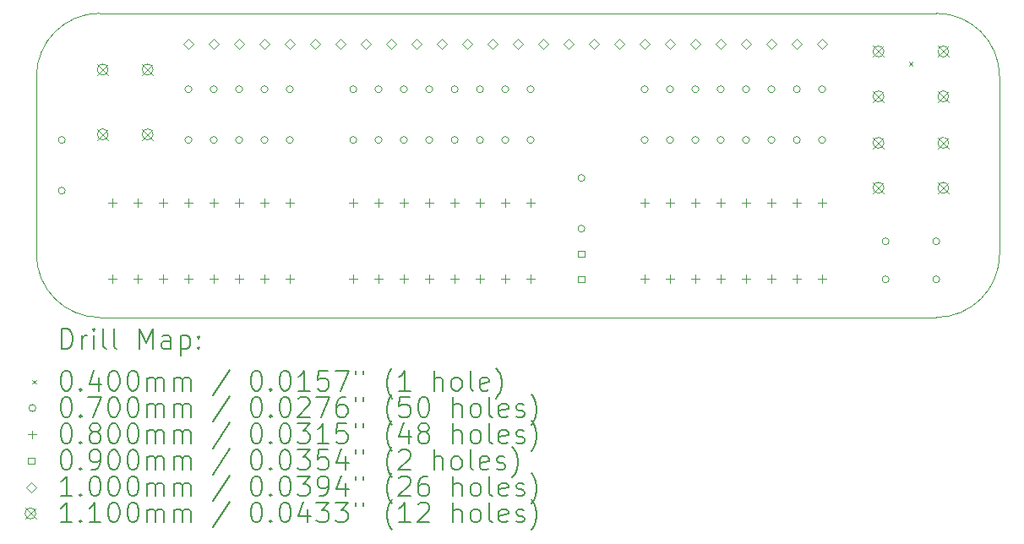
<source format=gbr>
%TF.GenerationSoftware,KiCad,Pcbnew,(6.0.9)*%
%TF.CreationDate,2025-06-07T15:03:21-04:00*%
%TF.ProjectId,DebugBoard,44656275-6742-46f6-9172-642e6b696361,1*%
%TF.SameCoordinates,Original*%
%TF.FileFunction,Drillmap*%
%TF.FilePolarity,Positive*%
%FSLAX45Y45*%
G04 Gerber Fmt 4.5, Leading zero omitted, Abs format (unit mm)*
G04 Created by KiCad (PCBNEW (6.0.9)) date 2025-06-07 15:03:21*
%MOMM*%
%LPD*%
G01*
G04 APERTURE LIST*
%ADD10C,0.100000*%
%ADD11C,0.200000*%
%ADD12C,0.040000*%
%ADD13C,0.070000*%
%ADD14C,0.080000*%
%ADD15C,0.090000*%
%ADD16C,0.110000*%
G04 APERTURE END LIST*
D10*
X19050000Y-10541000D02*
X10668000Y-10541000D01*
X10668000Y-7493000D02*
G75*
G03*
X10033000Y-8128000I0J-635000D01*
G01*
X10033000Y-9906000D02*
G75*
G03*
X10668000Y-10541000I635000J0D01*
G01*
X10668000Y-7493000D02*
X19050000Y-7493000D01*
X19050000Y-10541000D02*
G75*
G03*
X19685000Y-9906000I0J635000D01*
G01*
X19685000Y-8128000D02*
G75*
G03*
X19050000Y-7493000I-635000J0D01*
G01*
X10033000Y-9906000D02*
X10033000Y-8128000D01*
X19685000Y-8128000D02*
X19685000Y-9906000D01*
D11*
D12*
X18776000Y-7981000D02*
X18816000Y-8021000D01*
X18816000Y-7981000D02*
X18776000Y-8021000D01*
D13*
X10322000Y-8763000D02*
G75*
G03*
X10322000Y-8763000I-35000J0D01*
G01*
X10322000Y-9271000D02*
G75*
G03*
X10322000Y-9271000I-35000J0D01*
G01*
X11591000Y-8255000D02*
G75*
G03*
X11591000Y-8255000I-35000J0D01*
G01*
X11591000Y-8763000D02*
G75*
G03*
X11591000Y-8763000I-35000J0D01*
G01*
X11845000Y-8255000D02*
G75*
G03*
X11845000Y-8255000I-35000J0D01*
G01*
X11845000Y-8763000D02*
G75*
G03*
X11845000Y-8763000I-35000J0D01*
G01*
X12099000Y-8255000D02*
G75*
G03*
X12099000Y-8255000I-35000J0D01*
G01*
X12099000Y-8763000D02*
G75*
G03*
X12099000Y-8763000I-35000J0D01*
G01*
X12353000Y-8255000D02*
G75*
G03*
X12353000Y-8255000I-35000J0D01*
G01*
X12353000Y-8763000D02*
G75*
G03*
X12353000Y-8763000I-35000J0D01*
G01*
X12607000Y-8255000D02*
G75*
G03*
X12607000Y-8255000I-35000J0D01*
G01*
X12607000Y-8763000D02*
G75*
G03*
X12607000Y-8763000I-35000J0D01*
G01*
X13243000Y-8255000D02*
G75*
G03*
X13243000Y-8255000I-35000J0D01*
G01*
X13243000Y-8763000D02*
G75*
G03*
X13243000Y-8763000I-35000J0D01*
G01*
X13496000Y-8255000D02*
G75*
G03*
X13496000Y-8255000I-35000J0D01*
G01*
X13496000Y-8763000D02*
G75*
G03*
X13496000Y-8763000I-35000J0D01*
G01*
X13750000Y-8255000D02*
G75*
G03*
X13750000Y-8255000I-35000J0D01*
G01*
X13750000Y-8763000D02*
G75*
G03*
X13750000Y-8763000I-35000J0D01*
G01*
X14004000Y-8255000D02*
G75*
G03*
X14004000Y-8255000I-35000J0D01*
G01*
X14004000Y-8763000D02*
G75*
G03*
X14004000Y-8763000I-35000J0D01*
G01*
X14259000Y-8255000D02*
G75*
G03*
X14259000Y-8255000I-35000J0D01*
G01*
X14259000Y-8763000D02*
G75*
G03*
X14259000Y-8763000I-35000J0D01*
G01*
X14513000Y-8255000D02*
G75*
G03*
X14513000Y-8255000I-35000J0D01*
G01*
X14513000Y-8763000D02*
G75*
G03*
X14513000Y-8763000I-35000J0D01*
G01*
X14766000Y-8255000D02*
G75*
G03*
X14766000Y-8255000I-35000J0D01*
G01*
X14766000Y-8763000D02*
G75*
G03*
X14766000Y-8763000I-35000J0D01*
G01*
X15020000Y-8255000D02*
G75*
G03*
X15020000Y-8255000I-35000J0D01*
G01*
X15020000Y-8763000D02*
G75*
G03*
X15020000Y-8763000I-35000J0D01*
G01*
X15529000Y-9144000D02*
G75*
G03*
X15529000Y-9144000I-35000J0D01*
G01*
X15529000Y-9652000D02*
G75*
G03*
X15529000Y-9652000I-35000J0D01*
G01*
X16163000Y-8255000D02*
G75*
G03*
X16163000Y-8255000I-35000J0D01*
G01*
X16163000Y-8763000D02*
G75*
G03*
X16163000Y-8763000I-35000J0D01*
G01*
X16417000Y-8255000D02*
G75*
G03*
X16417000Y-8255000I-35000J0D01*
G01*
X16417000Y-8763000D02*
G75*
G03*
X16417000Y-8763000I-35000J0D01*
G01*
X16671000Y-8255000D02*
G75*
G03*
X16671000Y-8255000I-35000J0D01*
G01*
X16671000Y-8763000D02*
G75*
G03*
X16671000Y-8763000I-35000J0D01*
G01*
X16925000Y-8255000D02*
G75*
G03*
X16925000Y-8255000I-35000J0D01*
G01*
X16925000Y-8763000D02*
G75*
G03*
X16925000Y-8763000I-35000J0D01*
G01*
X17179000Y-8255000D02*
G75*
G03*
X17179000Y-8255000I-35000J0D01*
G01*
X17179000Y-8763000D02*
G75*
G03*
X17179000Y-8763000I-35000J0D01*
G01*
X17433000Y-8255000D02*
G75*
G03*
X17433000Y-8255000I-35000J0D01*
G01*
X17433000Y-8763000D02*
G75*
G03*
X17433000Y-8763000I-35000J0D01*
G01*
X17688000Y-8255000D02*
G75*
G03*
X17688000Y-8255000I-35000J0D01*
G01*
X17688000Y-8763000D02*
G75*
G03*
X17688000Y-8763000I-35000J0D01*
G01*
X17941000Y-8255000D02*
G75*
G03*
X17941000Y-8255000I-35000J0D01*
G01*
X17941000Y-8763000D02*
G75*
G03*
X17941000Y-8763000I-35000J0D01*
G01*
X18577000Y-9779000D02*
G75*
G03*
X18577000Y-9779000I-35000J0D01*
G01*
X18577000Y-10160000D02*
G75*
G03*
X18577000Y-10160000I-35000J0D01*
G01*
X19085000Y-9779000D02*
G75*
G03*
X19085000Y-9779000I-35000J0D01*
G01*
X19085000Y-10160000D02*
G75*
G03*
X19085000Y-10160000I-35000J0D01*
G01*
D14*
X10793000Y-9353750D02*
X10793000Y-9433750D01*
X10753000Y-9393750D02*
X10833000Y-9393750D01*
X10793000Y-10115750D02*
X10793000Y-10195750D01*
X10753000Y-10155750D02*
X10833000Y-10155750D01*
X11047000Y-9353750D02*
X11047000Y-9433750D01*
X11007000Y-9393750D02*
X11087000Y-9393750D01*
X11047000Y-10115750D02*
X11047000Y-10195750D01*
X11007000Y-10155750D02*
X11087000Y-10155750D01*
X11301000Y-9353750D02*
X11301000Y-9433750D01*
X11261000Y-9393750D02*
X11341000Y-9393750D01*
X11301000Y-10115750D02*
X11301000Y-10195750D01*
X11261000Y-10155750D02*
X11341000Y-10155750D01*
X11555000Y-9353750D02*
X11555000Y-9433750D01*
X11515000Y-9393750D02*
X11595000Y-9393750D01*
X11555000Y-10115750D02*
X11555000Y-10195750D01*
X11515000Y-10155750D02*
X11595000Y-10155750D01*
X11809000Y-9353750D02*
X11809000Y-9433750D01*
X11769000Y-9393750D02*
X11849000Y-9393750D01*
X11809000Y-10115750D02*
X11809000Y-10195750D01*
X11769000Y-10155750D02*
X11849000Y-10155750D01*
X12063000Y-9353750D02*
X12063000Y-9433750D01*
X12023000Y-9393750D02*
X12103000Y-9393750D01*
X12063000Y-10115750D02*
X12063000Y-10195750D01*
X12023000Y-10155750D02*
X12103000Y-10155750D01*
X12317000Y-9353750D02*
X12317000Y-9433750D01*
X12277000Y-9393750D02*
X12357000Y-9393750D01*
X12317000Y-10115750D02*
X12317000Y-10195750D01*
X12277000Y-10155750D02*
X12357000Y-10155750D01*
X12571000Y-9353750D02*
X12571000Y-9433750D01*
X12531000Y-9393750D02*
X12611000Y-9393750D01*
X12571000Y-10115750D02*
X12571000Y-10195750D01*
X12531000Y-10155750D02*
X12611000Y-10155750D01*
X13207000Y-9353750D02*
X13207000Y-9433750D01*
X13167000Y-9393750D02*
X13247000Y-9393750D01*
X13207000Y-10115750D02*
X13207000Y-10195750D01*
X13167000Y-10155750D02*
X13247000Y-10155750D01*
X13461000Y-9353750D02*
X13461000Y-9433750D01*
X13421000Y-9393750D02*
X13501000Y-9393750D01*
X13461000Y-10115750D02*
X13461000Y-10195750D01*
X13421000Y-10155750D02*
X13501000Y-10155750D01*
X13715000Y-9353750D02*
X13715000Y-9433750D01*
X13675000Y-9393750D02*
X13755000Y-9393750D01*
X13715000Y-10115750D02*
X13715000Y-10195750D01*
X13675000Y-10155750D02*
X13755000Y-10155750D01*
X13969000Y-9353750D02*
X13969000Y-9433750D01*
X13929000Y-9393750D02*
X14009000Y-9393750D01*
X13969000Y-10115750D02*
X13969000Y-10195750D01*
X13929000Y-10155750D02*
X14009000Y-10155750D01*
X14223000Y-9353750D02*
X14223000Y-9433750D01*
X14183000Y-9393750D02*
X14263000Y-9393750D01*
X14223000Y-10115750D02*
X14223000Y-10195750D01*
X14183000Y-10155750D02*
X14263000Y-10155750D01*
X14477000Y-9353750D02*
X14477000Y-9433750D01*
X14437000Y-9393750D02*
X14517000Y-9393750D01*
X14477000Y-10115750D02*
X14477000Y-10195750D01*
X14437000Y-10155750D02*
X14517000Y-10155750D01*
X14731000Y-9353750D02*
X14731000Y-9433750D01*
X14691000Y-9393750D02*
X14771000Y-9393750D01*
X14731000Y-10115750D02*
X14731000Y-10195750D01*
X14691000Y-10155750D02*
X14771000Y-10155750D01*
X14985000Y-9353750D02*
X14985000Y-9433750D01*
X14945000Y-9393750D02*
X15025000Y-9393750D01*
X14985000Y-10115750D02*
X14985000Y-10195750D01*
X14945000Y-10155750D02*
X15025000Y-10155750D01*
X16127000Y-9353750D02*
X16127000Y-9433750D01*
X16087000Y-9393750D02*
X16167000Y-9393750D01*
X16127000Y-10115750D02*
X16127000Y-10195750D01*
X16087000Y-10155750D02*
X16167000Y-10155750D01*
X16381000Y-9353750D02*
X16381000Y-9433750D01*
X16341000Y-9393750D02*
X16421000Y-9393750D01*
X16381000Y-10115750D02*
X16381000Y-10195750D01*
X16341000Y-10155750D02*
X16421000Y-10155750D01*
X16635000Y-9353750D02*
X16635000Y-9433750D01*
X16595000Y-9393750D02*
X16675000Y-9393750D01*
X16635000Y-10115750D02*
X16635000Y-10195750D01*
X16595000Y-10155750D02*
X16675000Y-10155750D01*
X16889000Y-9353750D02*
X16889000Y-9433750D01*
X16849000Y-9393750D02*
X16929000Y-9393750D01*
X16889000Y-10115750D02*
X16889000Y-10195750D01*
X16849000Y-10155750D02*
X16929000Y-10155750D01*
X17143000Y-9353750D02*
X17143000Y-9433750D01*
X17103000Y-9393750D02*
X17183000Y-9393750D01*
X17143000Y-10115750D02*
X17143000Y-10195750D01*
X17103000Y-10155750D02*
X17183000Y-10155750D01*
X17397000Y-9353750D02*
X17397000Y-9433750D01*
X17357000Y-9393750D02*
X17437000Y-9393750D01*
X17397000Y-10115750D02*
X17397000Y-10195750D01*
X17357000Y-10155750D02*
X17437000Y-10155750D01*
X17651000Y-9353750D02*
X17651000Y-9433750D01*
X17611000Y-9393750D02*
X17691000Y-9393750D01*
X17651000Y-10115750D02*
X17651000Y-10195750D01*
X17611000Y-10155750D02*
X17691000Y-10155750D01*
X17905000Y-9353750D02*
X17905000Y-9433750D01*
X17865000Y-9393750D02*
X17945000Y-9393750D01*
X17905000Y-10115750D02*
X17905000Y-10195750D01*
X17865000Y-10155750D02*
X17945000Y-10155750D01*
D15*
X15525820Y-9937820D02*
X15525820Y-9874180D01*
X15462180Y-9874180D01*
X15462180Y-9937820D01*
X15525820Y-9937820D01*
X15525820Y-10191820D02*
X15525820Y-10128180D01*
X15462180Y-10128180D01*
X15462180Y-10191820D01*
X15525820Y-10191820D01*
D10*
X11557000Y-7853500D02*
X11607000Y-7803500D01*
X11557000Y-7753500D01*
X11507000Y-7803500D01*
X11557000Y-7853500D01*
X11811000Y-7853500D02*
X11861000Y-7803500D01*
X11811000Y-7753500D01*
X11761000Y-7803500D01*
X11811000Y-7853500D01*
X12065000Y-7853500D02*
X12115000Y-7803500D01*
X12065000Y-7753500D01*
X12015000Y-7803500D01*
X12065000Y-7853500D01*
X12319000Y-7853500D02*
X12369000Y-7803500D01*
X12319000Y-7753500D01*
X12269000Y-7803500D01*
X12319000Y-7853500D01*
X12573000Y-7853500D02*
X12623000Y-7803500D01*
X12573000Y-7753500D01*
X12523000Y-7803500D01*
X12573000Y-7853500D01*
X12827000Y-7853500D02*
X12877000Y-7803500D01*
X12827000Y-7753500D01*
X12777000Y-7803500D01*
X12827000Y-7853500D01*
X13081000Y-7853500D02*
X13131000Y-7803500D01*
X13081000Y-7753500D01*
X13031000Y-7803500D01*
X13081000Y-7853500D01*
X13335000Y-7853500D02*
X13385000Y-7803500D01*
X13335000Y-7753500D01*
X13285000Y-7803500D01*
X13335000Y-7853500D01*
X13589000Y-7853500D02*
X13639000Y-7803500D01*
X13589000Y-7753500D01*
X13539000Y-7803500D01*
X13589000Y-7853500D01*
X13843000Y-7853500D02*
X13893000Y-7803500D01*
X13843000Y-7753500D01*
X13793000Y-7803500D01*
X13843000Y-7853500D01*
X14097000Y-7853500D02*
X14147000Y-7803500D01*
X14097000Y-7753500D01*
X14047000Y-7803500D01*
X14097000Y-7853500D01*
X14351000Y-7853500D02*
X14401000Y-7803500D01*
X14351000Y-7753500D01*
X14301000Y-7803500D01*
X14351000Y-7853500D01*
X14605000Y-7853500D02*
X14655000Y-7803500D01*
X14605000Y-7753500D01*
X14555000Y-7803500D01*
X14605000Y-7853500D01*
X14859000Y-7853500D02*
X14909000Y-7803500D01*
X14859000Y-7753500D01*
X14809000Y-7803500D01*
X14859000Y-7853500D01*
X15113000Y-7853500D02*
X15163000Y-7803500D01*
X15113000Y-7753500D01*
X15063000Y-7803500D01*
X15113000Y-7853500D01*
X15367000Y-7853500D02*
X15417000Y-7803500D01*
X15367000Y-7753500D01*
X15317000Y-7803500D01*
X15367000Y-7853500D01*
X15621000Y-7853500D02*
X15671000Y-7803500D01*
X15621000Y-7753500D01*
X15571000Y-7803500D01*
X15621000Y-7853500D01*
X15875000Y-7853500D02*
X15925000Y-7803500D01*
X15875000Y-7753500D01*
X15825000Y-7803500D01*
X15875000Y-7853500D01*
X16129000Y-7853500D02*
X16179000Y-7803500D01*
X16129000Y-7753500D01*
X16079000Y-7803500D01*
X16129000Y-7853500D01*
X16383000Y-7853500D02*
X16433000Y-7803500D01*
X16383000Y-7753500D01*
X16333000Y-7803500D01*
X16383000Y-7853500D01*
X16637000Y-7853500D02*
X16687000Y-7803500D01*
X16637000Y-7753500D01*
X16587000Y-7803500D01*
X16637000Y-7853500D01*
X16891000Y-7853500D02*
X16941000Y-7803500D01*
X16891000Y-7753500D01*
X16841000Y-7803500D01*
X16891000Y-7853500D01*
X17145000Y-7853500D02*
X17195000Y-7803500D01*
X17145000Y-7753500D01*
X17095000Y-7803500D01*
X17145000Y-7853500D01*
X17399000Y-7853500D02*
X17449000Y-7803500D01*
X17399000Y-7753500D01*
X17349000Y-7803500D01*
X17399000Y-7853500D01*
X17653000Y-7853500D02*
X17703000Y-7803500D01*
X17653000Y-7753500D01*
X17603000Y-7803500D01*
X17653000Y-7853500D01*
X17907000Y-7853500D02*
X17957000Y-7803500D01*
X17907000Y-7753500D01*
X17857000Y-7803500D01*
X17907000Y-7853500D01*
D16*
X10642000Y-8002000D02*
X10752000Y-8112000D01*
X10752000Y-8002000D02*
X10642000Y-8112000D01*
X10752000Y-8057000D02*
G75*
G03*
X10752000Y-8057000I-55000J0D01*
G01*
X10642000Y-8652000D02*
X10752000Y-8762000D01*
X10752000Y-8652000D02*
X10642000Y-8762000D01*
X10752000Y-8707000D02*
G75*
G03*
X10752000Y-8707000I-55000J0D01*
G01*
X11092000Y-8002000D02*
X11202000Y-8112000D01*
X11202000Y-8002000D02*
X11092000Y-8112000D01*
X11202000Y-8057000D02*
G75*
G03*
X11202000Y-8057000I-55000J0D01*
G01*
X11092000Y-8652000D02*
X11202000Y-8762000D01*
X11202000Y-8652000D02*
X11092000Y-8762000D01*
X11202000Y-8707000D02*
G75*
G03*
X11202000Y-8707000I-55000J0D01*
G01*
X18416000Y-7821000D02*
X18526000Y-7931000D01*
X18526000Y-7821000D02*
X18416000Y-7931000D01*
X18526000Y-7876000D02*
G75*
G03*
X18526000Y-7876000I-55000J0D01*
G01*
X18416000Y-8271000D02*
X18526000Y-8381000D01*
X18526000Y-8271000D02*
X18416000Y-8381000D01*
X18526000Y-8326000D02*
G75*
G03*
X18526000Y-8326000I-55000J0D01*
G01*
X18416000Y-8737000D02*
X18526000Y-8847000D01*
X18526000Y-8737000D02*
X18416000Y-8847000D01*
X18526000Y-8792000D02*
G75*
G03*
X18526000Y-8792000I-55000J0D01*
G01*
X18416000Y-9187000D02*
X18526000Y-9297000D01*
X18526000Y-9187000D02*
X18416000Y-9297000D01*
X18526000Y-9242000D02*
G75*
G03*
X18526000Y-9242000I-55000J0D01*
G01*
X19066000Y-7821000D02*
X19176000Y-7931000D01*
X19176000Y-7821000D02*
X19066000Y-7931000D01*
X19176000Y-7876000D02*
G75*
G03*
X19176000Y-7876000I-55000J0D01*
G01*
X19066000Y-8271000D02*
X19176000Y-8381000D01*
X19176000Y-8271000D02*
X19066000Y-8381000D01*
X19176000Y-8326000D02*
G75*
G03*
X19176000Y-8326000I-55000J0D01*
G01*
X19066000Y-8737000D02*
X19176000Y-8847000D01*
X19176000Y-8737000D02*
X19066000Y-8847000D01*
X19176000Y-8792000D02*
G75*
G03*
X19176000Y-8792000I-55000J0D01*
G01*
X19066000Y-9187000D02*
X19176000Y-9297000D01*
X19176000Y-9187000D02*
X19066000Y-9297000D01*
X19176000Y-9242000D02*
G75*
G03*
X19176000Y-9242000I-55000J0D01*
G01*
D11*
X10285619Y-10856476D02*
X10285619Y-10656476D01*
X10333238Y-10656476D01*
X10361810Y-10666000D01*
X10380857Y-10685048D01*
X10390381Y-10704095D01*
X10399905Y-10742190D01*
X10399905Y-10770762D01*
X10390381Y-10808857D01*
X10380857Y-10827905D01*
X10361810Y-10846952D01*
X10333238Y-10856476D01*
X10285619Y-10856476D01*
X10485619Y-10856476D02*
X10485619Y-10723143D01*
X10485619Y-10761238D02*
X10495143Y-10742190D01*
X10504667Y-10732667D01*
X10523714Y-10723143D01*
X10542762Y-10723143D01*
X10609429Y-10856476D02*
X10609429Y-10723143D01*
X10609429Y-10656476D02*
X10599905Y-10666000D01*
X10609429Y-10675524D01*
X10618952Y-10666000D01*
X10609429Y-10656476D01*
X10609429Y-10675524D01*
X10733238Y-10856476D02*
X10714190Y-10846952D01*
X10704667Y-10827905D01*
X10704667Y-10656476D01*
X10838000Y-10856476D02*
X10818952Y-10846952D01*
X10809429Y-10827905D01*
X10809429Y-10656476D01*
X11066571Y-10856476D02*
X11066571Y-10656476D01*
X11133238Y-10799333D01*
X11199905Y-10656476D01*
X11199905Y-10856476D01*
X11380857Y-10856476D02*
X11380857Y-10751714D01*
X11371333Y-10732667D01*
X11352286Y-10723143D01*
X11314190Y-10723143D01*
X11295143Y-10732667D01*
X11380857Y-10846952D02*
X11361809Y-10856476D01*
X11314190Y-10856476D01*
X11295143Y-10846952D01*
X11285619Y-10827905D01*
X11285619Y-10808857D01*
X11295143Y-10789810D01*
X11314190Y-10780286D01*
X11361809Y-10780286D01*
X11380857Y-10770762D01*
X11476095Y-10723143D02*
X11476095Y-10923143D01*
X11476095Y-10732667D02*
X11495143Y-10723143D01*
X11533238Y-10723143D01*
X11552286Y-10732667D01*
X11561809Y-10742190D01*
X11571333Y-10761238D01*
X11571333Y-10818381D01*
X11561809Y-10837429D01*
X11552286Y-10846952D01*
X11533238Y-10856476D01*
X11495143Y-10856476D01*
X11476095Y-10846952D01*
X11657048Y-10837429D02*
X11666571Y-10846952D01*
X11657048Y-10856476D01*
X11647524Y-10846952D01*
X11657048Y-10837429D01*
X11657048Y-10856476D01*
X11657048Y-10732667D02*
X11666571Y-10742190D01*
X11657048Y-10751714D01*
X11647524Y-10742190D01*
X11657048Y-10732667D01*
X11657048Y-10751714D01*
D12*
X9988000Y-11166000D02*
X10028000Y-11206000D01*
X10028000Y-11166000D02*
X9988000Y-11206000D01*
D11*
X10323714Y-11076476D02*
X10342762Y-11076476D01*
X10361810Y-11086000D01*
X10371333Y-11095524D01*
X10380857Y-11114571D01*
X10390381Y-11152667D01*
X10390381Y-11200286D01*
X10380857Y-11238381D01*
X10371333Y-11257428D01*
X10361810Y-11266952D01*
X10342762Y-11276476D01*
X10323714Y-11276476D01*
X10304667Y-11266952D01*
X10295143Y-11257428D01*
X10285619Y-11238381D01*
X10276095Y-11200286D01*
X10276095Y-11152667D01*
X10285619Y-11114571D01*
X10295143Y-11095524D01*
X10304667Y-11086000D01*
X10323714Y-11076476D01*
X10476095Y-11257428D02*
X10485619Y-11266952D01*
X10476095Y-11276476D01*
X10466571Y-11266952D01*
X10476095Y-11257428D01*
X10476095Y-11276476D01*
X10657048Y-11143143D02*
X10657048Y-11276476D01*
X10609429Y-11066952D02*
X10561810Y-11209809D01*
X10685619Y-11209809D01*
X10799905Y-11076476D02*
X10818952Y-11076476D01*
X10838000Y-11086000D01*
X10847524Y-11095524D01*
X10857048Y-11114571D01*
X10866571Y-11152667D01*
X10866571Y-11200286D01*
X10857048Y-11238381D01*
X10847524Y-11257428D01*
X10838000Y-11266952D01*
X10818952Y-11276476D01*
X10799905Y-11276476D01*
X10780857Y-11266952D01*
X10771333Y-11257428D01*
X10761810Y-11238381D01*
X10752286Y-11200286D01*
X10752286Y-11152667D01*
X10761810Y-11114571D01*
X10771333Y-11095524D01*
X10780857Y-11086000D01*
X10799905Y-11076476D01*
X10990381Y-11076476D02*
X11009429Y-11076476D01*
X11028476Y-11086000D01*
X11038000Y-11095524D01*
X11047524Y-11114571D01*
X11057048Y-11152667D01*
X11057048Y-11200286D01*
X11047524Y-11238381D01*
X11038000Y-11257428D01*
X11028476Y-11266952D01*
X11009429Y-11276476D01*
X10990381Y-11276476D01*
X10971333Y-11266952D01*
X10961810Y-11257428D01*
X10952286Y-11238381D01*
X10942762Y-11200286D01*
X10942762Y-11152667D01*
X10952286Y-11114571D01*
X10961810Y-11095524D01*
X10971333Y-11086000D01*
X10990381Y-11076476D01*
X11142762Y-11276476D02*
X11142762Y-11143143D01*
X11142762Y-11162190D02*
X11152286Y-11152667D01*
X11171333Y-11143143D01*
X11199905Y-11143143D01*
X11218952Y-11152667D01*
X11228476Y-11171714D01*
X11228476Y-11276476D01*
X11228476Y-11171714D02*
X11238000Y-11152667D01*
X11257048Y-11143143D01*
X11285619Y-11143143D01*
X11304667Y-11152667D01*
X11314190Y-11171714D01*
X11314190Y-11276476D01*
X11409428Y-11276476D02*
X11409428Y-11143143D01*
X11409428Y-11162190D02*
X11418952Y-11152667D01*
X11438000Y-11143143D01*
X11466571Y-11143143D01*
X11485619Y-11152667D01*
X11495143Y-11171714D01*
X11495143Y-11276476D01*
X11495143Y-11171714D02*
X11504667Y-11152667D01*
X11523714Y-11143143D01*
X11552286Y-11143143D01*
X11571333Y-11152667D01*
X11580857Y-11171714D01*
X11580857Y-11276476D01*
X11971333Y-11066952D02*
X11799905Y-11324095D01*
X12228476Y-11076476D02*
X12247524Y-11076476D01*
X12266571Y-11086000D01*
X12276095Y-11095524D01*
X12285619Y-11114571D01*
X12295143Y-11152667D01*
X12295143Y-11200286D01*
X12285619Y-11238381D01*
X12276095Y-11257428D01*
X12266571Y-11266952D01*
X12247524Y-11276476D01*
X12228476Y-11276476D01*
X12209428Y-11266952D01*
X12199905Y-11257428D01*
X12190381Y-11238381D01*
X12180857Y-11200286D01*
X12180857Y-11152667D01*
X12190381Y-11114571D01*
X12199905Y-11095524D01*
X12209428Y-11086000D01*
X12228476Y-11076476D01*
X12380857Y-11257428D02*
X12390381Y-11266952D01*
X12380857Y-11276476D01*
X12371333Y-11266952D01*
X12380857Y-11257428D01*
X12380857Y-11276476D01*
X12514190Y-11076476D02*
X12533238Y-11076476D01*
X12552286Y-11086000D01*
X12561809Y-11095524D01*
X12571333Y-11114571D01*
X12580857Y-11152667D01*
X12580857Y-11200286D01*
X12571333Y-11238381D01*
X12561809Y-11257428D01*
X12552286Y-11266952D01*
X12533238Y-11276476D01*
X12514190Y-11276476D01*
X12495143Y-11266952D01*
X12485619Y-11257428D01*
X12476095Y-11238381D01*
X12466571Y-11200286D01*
X12466571Y-11152667D01*
X12476095Y-11114571D01*
X12485619Y-11095524D01*
X12495143Y-11086000D01*
X12514190Y-11076476D01*
X12771333Y-11276476D02*
X12657048Y-11276476D01*
X12714190Y-11276476D02*
X12714190Y-11076476D01*
X12695143Y-11105048D01*
X12676095Y-11124095D01*
X12657048Y-11133619D01*
X12952286Y-11076476D02*
X12857048Y-11076476D01*
X12847524Y-11171714D01*
X12857048Y-11162190D01*
X12876095Y-11152667D01*
X12923714Y-11152667D01*
X12942762Y-11162190D01*
X12952286Y-11171714D01*
X12961809Y-11190762D01*
X12961809Y-11238381D01*
X12952286Y-11257428D01*
X12942762Y-11266952D01*
X12923714Y-11276476D01*
X12876095Y-11276476D01*
X12857048Y-11266952D01*
X12847524Y-11257428D01*
X13028476Y-11076476D02*
X13161809Y-11076476D01*
X13076095Y-11276476D01*
X13228476Y-11076476D02*
X13228476Y-11114571D01*
X13304667Y-11076476D02*
X13304667Y-11114571D01*
X13599905Y-11352667D02*
X13590381Y-11343143D01*
X13571333Y-11314571D01*
X13561809Y-11295524D01*
X13552286Y-11266952D01*
X13542762Y-11219333D01*
X13542762Y-11181238D01*
X13552286Y-11133619D01*
X13561809Y-11105048D01*
X13571333Y-11086000D01*
X13590381Y-11057429D01*
X13599905Y-11047905D01*
X13780857Y-11276476D02*
X13666571Y-11276476D01*
X13723714Y-11276476D02*
X13723714Y-11076476D01*
X13704667Y-11105048D01*
X13685619Y-11124095D01*
X13666571Y-11133619D01*
X14018952Y-11276476D02*
X14018952Y-11076476D01*
X14104667Y-11276476D02*
X14104667Y-11171714D01*
X14095143Y-11152667D01*
X14076095Y-11143143D01*
X14047524Y-11143143D01*
X14028476Y-11152667D01*
X14018952Y-11162190D01*
X14228476Y-11276476D02*
X14209428Y-11266952D01*
X14199905Y-11257428D01*
X14190381Y-11238381D01*
X14190381Y-11181238D01*
X14199905Y-11162190D01*
X14209428Y-11152667D01*
X14228476Y-11143143D01*
X14257048Y-11143143D01*
X14276095Y-11152667D01*
X14285619Y-11162190D01*
X14295143Y-11181238D01*
X14295143Y-11238381D01*
X14285619Y-11257428D01*
X14276095Y-11266952D01*
X14257048Y-11276476D01*
X14228476Y-11276476D01*
X14409428Y-11276476D02*
X14390381Y-11266952D01*
X14380857Y-11247905D01*
X14380857Y-11076476D01*
X14561809Y-11266952D02*
X14542762Y-11276476D01*
X14504667Y-11276476D01*
X14485619Y-11266952D01*
X14476095Y-11247905D01*
X14476095Y-11171714D01*
X14485619Y-11152667D01*
X14504667Y-11143143D01*
X14542762Y-11143143D01*
X14561809Y-11152667D01*
X14571333Y-11171714D01*
X14571333Y-11190762D01*
X14476095Y-11209809D01*
X14638000Y-11352667D02*
X14647524Y-11343143D01*
X14666571Y-11314571D01*
X14676095Y-11295524D01*
X14685619Y-11266952D01*
X14695143Y-11219333D01*
X14695143Y-11181238D01*
X14685619Y-11133619D01*
X14676095Y-11105048D01*
X14666571Y-11086000D01*
X14647524Y-11057429D01*
X14638000Y-11047905D01*
D13*
X10028000Y-11450000D02*
G75*
G03*
X10028000Y-11450000I-35000J0D01*
G01*
D11*
X10323714Y-11340476D02*
X10342762Y-11340476D01*
X10361810Y-11350000D01*
X10371333Y-11359524D01*
X10380857Y-11378571D01*
X10390381Y-11416667D01*
X10390381Y-11464286D01*
X10380857Y-11502381D01*
X10371333Y-11521428D01*
X10361810Y-11530952D01*
X10342762Y-11540476D01*
X10323714Y-11540476D01*
X10304667Y-11530952D01*
X10295143Y-11521428D01*
X10285619Y-11502381D01*
X10276095Y-11464286D01*
X10276095Y-11416667D01*
X10285619Y-11378571D01*
X10295143Y-11359524D01*
X10304667Y-11350000D01*
X10323714Y-11340476D01*
X10476095Y-11521428D02*
X10485619Y-11530952D01*
X10476095Y-11540476D01*
X10466571Y-11530952D01*
X10476095Y-11521428D01*
X10476095Y-11540476D01*
X10552286Y-11340476D02*
X10685619Y-11340476D01*
X10599905Y-11540476D01*
X10799905Y-11340476D02*
X10818952Y-11340476D01*
X10838000Y-11350000D01*
X10847524Y-11359524D01*
X10857048Y-11378571D01*
X10866571Y-11416667D01*
X10866571Y-11464286D01*
X10857048Y-11502381D01*
X10847524Y-11521428D01*
X10838000Y-11530952D01*
X10818952Y-11540476D01*
X10799905Y-11540476D01*
X10780857Y-11530952D01*
X10771333Y-11521428D01*
X10761810Y-11502381D01*
X10752286Y-11464286D01*
X10752286Y-11416667D01*
X10761810Y-11378571D01*
X10771333Y-11359524D01*
X10780857Y-11350000D01*
X10799905Y-11340476D01*
X10990381Y-11340476D02*
X11009429Y-11340476D01*
X11028476Y-11350000D01*
X11038000Y-11359524D01*
X11047524Y-11378571D01*
X11057048Y-11416667D01*
X11057048Y-11464286D01*
X11047524Y-11502381D01*
X11038000Y-11521428D01*
X11028476Y-11530952D01*
X11009429Y-11540476D01*
X10990381Y-11540476D01*
X10971333Y-11530952D01*
X10961810Y-11521428D01*
X10952286Y-11502381D01*
X10942762Y-11464286D01*
X10942762Y-11416667D01*
X10952286Y-11378571D01*
X10961810Y-11359524D01*
X10971333Y-11350000D01*
X10990381Y-11340476D01*
X11142762Y-11540476D02*
X11142762Y-11407143D01*
X11142762Y-11426190D02*
X11152286Y-11416667D01*
X11171333Y-11407143D01*
X11199905Y-11407143D01*
X11218952Y-11416667D01*
X11228476Y-11435714D01*
X11228476Y-11540476D01*
X11228476Y-11435714D02*
X11238000Y-11416667D01*
X11257048Y-11407143D01*
X11285619Y-11407143D01*
X11304667Y-11416667D01*
X11314190Y-11435714D01*
X11314190Y-11540476D01*
X11409428Y-11540476D02*
X11409428Y-11407143D01*
X11409428Y-11426190D02*
X11418952Y-11416667D01*
X11438000Y-11407143D01*
X11466571Y-11407143D01*
X11485619Y-11416667D01*
X11495143Y-11435714D01*
X11495143Y-11540476D01*
X11495143Y-11435714D02*
X11504667Y-11416667D01*
X11523714Y-11407143D01*
X11552286Y-11407143D01*
X11571333Y-11416667D01*
X11580857Y-11435714D01*
X11580857Y-11540476D01*
X11971333Y-11330952D02*
X11799905Y-11588095D01*
X12228476Y-11340476D02*
X12247524Y-11340476D01*
X12266571Y-11350000D01*
X12276095Y-11359524D01*
X12285619Y-11378571D01*
X12295143Y-11416667D01*
X12295143Y-11464286D01*
X12285619Y-11502381D01*
X12276095Y-11521428D01*
X12266571Y-11530952D01*
X12247524Y-11540476D01*
X12228476Y-11540476D01*
X12209428Y-11530952D01*
X12199905Y-11521428D01*
X12190381Y-11502381D01*
X12180857Y-11464286D01*
X12180857Y-11416667D01*
X12190381Y-11378571D01*
X12199905Y-11359524D01*
X12209428Y-11350000D01*
X12228476Y-11340476D01*
X12380857Y-11521428D02*
X12390381Y-11530952D01*
X12380857Y-11540476D01*
X12371333Y-11530952D01*
X12380857Y-11521428D01*
X12380857Y-11540476D01*
X12514190Y-11340476D02*
X12533238Y-11340476D01*
X12552286Y-11350000D01*
X12561809Y-11359524D01*
X12571333Y-11378571D01*
X12580857Y-11416667D01*
X12580857Y-11464286D01*
X12571333Y-11502381D01*
X12561809Y-11521428D01*
X12552286Y-11530952D01*
X12533238Y-11540476D01*
X12514190Y-11540476D01*
X12495143Y-11530952D01*
X12485619Y-11521428D01*
X12476095Y-11502381D01*
X12466571Y-11464286D01*
X12466571Y-11416667D01*
X12476095Y-11378571D01*
X12485619Y-11359524D01*
X12495143Y-11350000D01*
X12514190Y-11340476D01*
X12657048Y-11359524D02*
X12666571Y-11350000D01*
X12685619Y-11340476D01*
X12733238Y-11340476D01*
X12752286Y-11350000D01*
X12761809Y-11359524D01*
X12771333Y-11378571D01*
X12771333Y-11397619D01*
X12761809Y-11426190D01*
X12647524Y-11540476D01*
X12771333Y-11540476D01*
X12838000Y-11340476D02*
X12971333Y-11340476D01*
X12885619Y-11540476D01*
X13133238Y-11340476D02*
X13095143Y-11340476D01*
X13076095Y-11350000D01*
X13066571Y-11359524D01*
X13047524Y-11388095D01*
X13038000Y-11426190D01*
X13038000Y-11502381D01*
X13047524Y-11521428D01*
X13057048Y-11530952D01*
X13076095Y-11540476D01*
X13114190Y-11540476D01*
X13133238Y-11530952D01*
X13142762Y-11521428D01*
X13152286Y-11502381D01*
X13152286Y-11454762D01*
X13142762Y-11435714D01*
X13133238Y-11426190D01*
X13114190Y-11416667D01*
X13076095Y-11416667D01*
X13057048Y-11426190D01*
X13047524Y-11435714D01*
X13038000Y-11454762D01*
X13228476Y-11340476D02*
X13228476Y-11378571D01*
X13304667Y-11340476D02*
X13304667Y-11378571D01*
X13599905Y-11616667D02*
X13590381Y-11607143D01*
X13571333Y-11578571D01*
X13561809Y-11559524D01*
X13552286Y-11530952D01*
X13542762Y-11483333D01*
X13542762Y-11445238D01*
X13552286Y-11397619D01*
X13561809Y-11369048D01*
X13571333Y-11350000D01*
X13590381Y-11321428D01*
X13599905Y-11311905D01*
X13771333Y-11340476D02*
X13676095Y-11340476D01*
X13666571Y-11435714D01*
X13676095Y-11426190D01*
X13695143Y-11416667D01*
X13742762Y-11416667D01*
X13761809Y-11426190D01*
X13771333Y-11435714D01*
X13780857Y-11454762D01*
X13780857Y-11502381D01*
X13771333Y-11521428D01*
X13761809Y-11530952D01*
X13742762Y-11540476D01*
X13695143Y-11540476D01*
X13676095Y-11530952D01*
X13666571Y-11521428D01*
X13904667Y-11340476D02*
X13923714Y-11340476D01*
X13942762Y-11350000D01*
X13952286Y-11359524D01*
X13961809Y-11378571D01*
X13971333Y-11416667D01*
X13971333Y-11464286D01*
X13961809Y-11502381D01*
X13952286Y-11521428D01*
X13942762Y-11530952D01*
X13923714Y-11540476D01*
X13904667Y-11540476D01*
X13885619Y-11530952D01*
X13876095Y-11521428D01*
X13866571Y-11502381D01*
X13857048Y-11464286D01*
X13857048Y-11416667D01*
X13866571Y-11378571D01*
X13876095Y-11359524D01*
X13885619Y-11350000D01*
X13904667Y-11340476D01*
X14209428Y-11540476D02*
X14209428Y-11340476D01*
X14295143Y-11540476D02*
X14295143Y-11435714D01*
X14285619Y-11416667D01*
X14266571Y-11407143D01*
X14238000Y-11407143D01*
X14218952Y-11416667D01*
X14209428Y-11426190D01*
X14418952Y-11540476D02*
X14399905Y-11530952D01*
X14390381Y-11521428D01*
X14380857Y-11502381D01*
X14380857Y-11445238D01*
X14390381Y-11426190D01*
X14399905Y-11416667D01*
X14418952Y-11407143D01*
X14447524Y-11407143D01*
X14466571Y-11416667D01*
X14476095Y-11426190D01*
X14485619Y-11445238D01*
X14485619Y-11502381D01*
X14476095Y-11521428D01*
X14466571Y-11530952D01*
X14447524Y-11540476D01*
X14418952Y-11540476D01*
X14599905Y-11540476D02*
X14580857Y-11530952D01*
X14571333Y-11511905D01*
X14571333Y-11340476D01*
X14752286Y-11530952D02*
X14733238Y-11540476D01*
X14695143Y-11540476D01*
X14676095Y-11530952D01*
X14666571Y-11511905D01*
X14666571Y-11435714D01*
X14676095Y-11416667D01*
X14695143Y-11407143D01*
X14733238Y-11407143D01*
X14752286Y-11416667D01*
X14761809Y-11435714D01*
X14761809Y-11454762D01*
X14666571Y-11473809D01*
X14838000Y-11530952D02*
X14857048Y-11540476D01*
X14895143Y-11540476D01*
X14914190Y-11530952D01*
X14923714Y-11511905D01*
X14923714Y-11502381D01*
X14914190Y-11483333D01*
X14895143Y-11473809D01*
X14866571Y-11473809D01*
X14847524Y-11464286D01*
X14838000Y-11445238D01*
X14838000Y-11435714D01*
X14847524Y-11416667D01*
X14866571Y-11407143D01*
X14895143Y-11407143D01*
X14914190Y-11416667D01*
X14990381Y-11616667D02*
X14999905Y-11607143D01*
X15018952Y-11578571D01*
X15028476Y-11559524D01*
X15038000Y-11530952D01*
X15047524Y-11483333D01*
X15047524Y-11445238D01*
X15038000Y-11397619D01*
X15028476Y-11369048D01*
X15018952Y-11350000D01*
X14999905Y-11321428D01*
X14990381Y-11311905D01*
D14*
X9988000Y-11674000D02*
X9988000Y-11754000D01*
X9948000Y-11714000D02*
X10028000Y-11714000D01*
D11*
X10323714Y-11604476D02*
X10342762Y-11604476D01*
X10361810Y-11614000D01*
X10371333Y-11623524D01*
X10380857Y-11642571D01*
X10390381Y-11680667D01*
X10390381Y-11728286D01*
X10380857Y-11766381D01*
X10371333Y-11785428D01*
X10361810Y-11794952D01*
X10342762Y-11804476D01*
X10323714Y-11804476D01*
X10304667Y-11794952D01*
X10295143Y-11785428D01*
X10285619Y-11766381D01*
X10276095Y-11728286D01*
X10276095Y-11680667D01*
X10285619Y-11642571D01*
X10295143Y-11623524D01*
X10304667Y-11614000D01*
X10323714Y-11604476D01*
X10476095Y-11785428D02*
X10485619Y-11794952D01*
X10476095Y-11804476D01*
X10466571Y-11794952D01*
X10476095Y-11785428D01*
X10476095Y-11804476D01*
X10599905Y-11690190D02*
X10580857Y-11680667D01*
X10571333Y-11671143D01*
X10561810Y-11652095D01*
X10561810Y-11642571D01*
X10571333Y-11623524D01*
X10580857Y-11614000D01*
X10599905Y-11604476D01*
X10638000Y-11604476D01*
X10657048Y-11614000D01*
X10666571Y-11623524D01*
X10676095Y-11642571D01*
X10676095Y-11652095D01*
X10666571Y-11671143D01*
X10657048Y-11680667D01*
X10638000Y-11690190D01*
X10599905Y-11690190D01*
X10580857Y-11699714D01*
X10571333Y-11709238D01*
X10561810Y-11728286D01*
X10561810Y-11766381D01*
X10571333Y-11785428D01*
X10580857Y-11794952D01*
X10599905Y-11804476D01*
X10638000Y-11804476D01*
X10657048Y-11794952D01*
X10666571Y-11785428D01*
X10676095Y-11766381D01*
X10676095Y-11728286D01*
X10666571Y-11709238D01*
X10657048Y-11699714D01*
X10638000Y-11690190D01*
X10799905Y-11604476D02*
X10818952Y-11604476D01*
X10838000Y-11614000D01*
X10847524Y-11623524D01*
X10857048Y-11642571D01*
X10866571Y-11680667D01*
X10866571Y-11728286D01*
X10857048Y-11766381D01*
X10847524Y-11785428D01*
X10838000Y-11794952D01*
X10818952Y-11804476D01*
X10799905Y-11804476D01*
X10780857Y-11794952D01*
X10771333Y-11785428D01*
X10761810Y-11766381D01*
X10752286Y-11728286D01*
X10752286Y-11680667D01*
X10761810Y-11642571D01*
X10771333Y-11623524D01*
X10780857Y-11614000D01*
X10799905Y-11604476D01*
X10990381Y-11604476D02*
X11009429Y-11604476D01*
X11028476Y-11614000D01*
X11038000Y-11623524D01*
X11047524Y-11642571D01*
X11057048Y-11680667D01*
X11057048Y-11728286D01*
X11047524Y-11766381D01*
X11038000Y-11785428D01*
X11028476Y-11794952D01*
X11009429Y-11804476D01*
X10990381Y-11804476D01*
X10971333Y-11794952D01*
X10961810Y-11785428D01*
X10952286Y-11766381D01*
X10942762Y-11728286D01*
X10942762Y-11680667D01*
X10952286Y-11642571D01*
X10961810Y-11623524D01*
X10971333Y-11614000D01*
X10990381Y-11604476D01*
X11142762Y-11804476D02*
X11142762Y-11671143D01*
X11142762Y-11690190D02*
X11152286Y-11680667D01*
X11171333Y-11671143D01*
X11199905Y-11671143D01*
X11218952Y-11680667D01*
X11228476Y-11699714D01*
X11228476Y-11804476D01*
X11228476Y-11699714D02*
X11238000Y-11680667D01*
X11257048Y-11671143D01*
X11285619Y-11671143D01*
X11304667Y-11680667D01*
X11314190Y-11699714D01*
X11314190Y-11804476D01*
X11409428Y-11804476D02*
X11409428Y-11671143D01*
X11409428Y-11690190D02*
X11418952Y-11680667D01*
X11438000Y-11671143D01*
X11466571Y-11671143D01*
X11485619Y-11680667D01*
X11495143Y-11699714D01*
X11495143Y-11804476D01*
X11495143Y-11699714D02*
X11504667Y-11680667D01*
X11523714Y-11671143D01*
X11552286Y-11671143D01*
X11571333Y-11680667D01*
X11580857Y-11699714D01*
X11580857Y-11804476D01*
X11971333Y-11594952D02*
X11799905Y-11852095D01*
X12228476Y-11604476D02*
X12247524Y-11604476D01*
X12266571Y-11614000D01*
X12276095Y-11623524D01*
X12285619Y-11642571D01*
X12295143Y-11680667D01*
X12295143Y-11728286D01*
X12285619Y-11766381D01*
X12276095Y-11785428D01*
X12266571Y-11794952D01*
X12247524Y-11804476D01*
X12228476Y-11804476D01*
X12209428Y-11794952D01*
X12199905Y-11785428D01*
X12190381Y-11766381D01*
X12180857Y-11728286D01*
X12180857Y-11680667D01*
X12190381Y-11642571D01*
X12199905Y-11623524D01*
X12209428Y-11614000D01*
X12228476Y-11604476D01*
X12380857Y-11785428D02*
X12390381Y-11794952D01*
X12380857Y-11804476D01*
X12371333Y-11794952D01*
X12380857Y-11785428D01*
X12380857Y-11804476D01*
X12514190Y-11604476D02*
X12533238Y-11604476D01*
X12552286Y-11614000D01*
X12561809Y-11623524D01*
X12571333Y-11642571D01*
X12580857Y-11680667D01*
X12580857Y-11728286D01*
X12571333Y-11766381D01*
X12561809Y-11785428D01*
X12552286Y-11794952D01*
X12533238Y-11804476D01*
X12514190Y-11804476D01*
X12495143Y-11794952D01*
X12485619Y-11785428D01*
X12476095Y-11766381D01*
X12466571Y-11728286D01*
X12466571Y-11680667D01*
X12476095Y-11642571D01*
X12485619Y-11623524D01*
X12495143Y-11614000D01*
X12514190Y-11604476D01*
X12647524Y-11604476D02*
X12771333Y-11604476D01*
X12704667Y-11680667D01*
X12733238Y-11680667D01*
X12752286Y-11690190D01*
X12761809Y-11699714D01*
X12771333Y-11718762D01*
X12771333Y-11766381D01*
X12761809Y-11785428D01*
X12752286Y-11794952D01*
X12733238Y-11804476D01*
X12676095Y-11804476D01*
X12657048Y-11794952D01*
X12647524Y-11785428D01*
X12961809Y-11804476D02*
X12847524Y-11804476D01*
X12904667Y-11804476D02*
X12904667Y-11604476D01*
X12885619Y-11633048D01*
X12866571Y-11652095D01*
X12847524Y-11661619D01*
X13142762Y-11604476D02*
X13047524Y-11604476D01*
X13038000Y-11699714D01*
X13047524Y-11690190D01*
X13066571Y-11680667D01*
X13114190Y-11680667D01*
X13133238Y-11690190D01*
X13142762Y-11699714D01*
X13152286Y-11718762D01*
X13152286Y-11766381D01*
X13142762Y-11785428D01*
X13133238Y-11794952D01*
X13114190Y-11804476D01*
X13066571Y-11804476D01*
X13047524Y-11794952D01*
X13038000Y-11785428D01*
X13228476Y-11604476D02*
X13228476Y-11642571D01*
X13304667Y-11604476D02*
X13304667Y-11642571D01*
X13599905Y-11880667D02*
X13590381Y-11871143D01*
X13571333Y-11842571D01*
X13561809Y-11823524D01*
X13552286Y-11794952D01*
X13542762Y-11747333D01*
X13542762Y-11709238D01*
X13552286Y-11661619D01*
X13561809Y-11633048D01*
X13571333Y-11614000D01*
X13590381Y-11585428D01*
X13599905Y-11575905D01*
X13761809Y-11671143D02*
X13761809Y-11804476D01*
X13714190Y-11594952D02*
X13666571Y-11737809D01*
X13790381Y-11737809D01*
X13895143Y-11690190D02*
X13876095Y-11680667D01*
X13866571Y-11671143D01*
X13857048Y-11652095D01*
X13857048Y-11642571D01*
X13866571Y-11623524D01*
X13876095Y-11614000D01*
X13895143Y-11604476D01*
X13933238Y-11604476D01*
X13952286Y-11614000D01*
X13961809Y-11623524D01*
X13971333Y-11642571D01*
X13971333Y-11652095D01*
X13961809Y-11671143D01*
X13952286Y-11680667D01*
X13933238Y-11690190D01*
X13895143Y-11690190D01*
X13876095Y-11699714D01*
X13866571Y-11709238D01*
X13857048Y-11728286D01*
X13857048Y-11766381D01*
X13866571Y-11785428D01*
X13876095Y-11794952D01*
X13895143Y-11804476D01*
X13933238Y-11804476D01*
X13952286Y-11794952D01*
X13961809Y-11785428D01*
X13971333Y-11766381D01*
X13971333Y-11728286D01*
X13961809Y-11709238D01*
X13952286Y-11699714D01*
X13933238Y-11690190D01*
X14209428Y-11804476D02*
X14209428Y-11604476D01*
X14295143Y-11804476D02*
X14295143Y-11699714D01*
X14285619Y-11680667D01*
X14266571Y-11671143D01*
X14238000Y-11671143D01*
X14218952Y-11680667D01*
X14209428Y-11690190D01*
X14418952Y-11804476D02*
X14399905Y-11794952D01*
X14390381Y-11785428D01*
X14380857Y-11766381D01*
X14380857Y-11709238D01*
X14390381Y-11690190D01*
X14399905Y-11680667D01*
X14418952Y-11671143D01*
X14447524Y-11671143D01*
X14466571Y-11680667D01*
X14476095Y-11690190D01*
X14485619Y-11709238D01*
X14485619Y-11766381D01*
X14476095Y-11785428D01*
X14466571Y-11794952D01*
X14447524Y-11804476D01*
X14418952Y-11804476D01*
X14599905Y-11804476D02*
X14580857Y-11794952D01*
X14571333Y-11775905D01*
X14571333Y-11604476D01*
X14752286Y-11794952D02*
X14733238Y-11804476D01*
X14695143Y-11804476D01*
X14676095Y-11794952D01*
X14666571Y-11775905D01*
X14666571Y-11699714D01*
X14676095Y-11680667D01*
X14695143Y-11671143D01*
X14733238Y-11671143D01*
X14752286Y-11680667D01*
X14761809Y-11699714D01*
X14761809Y-11718762D01*
X14666571Y-11737809D01*
X14838000Y-11794952D02*
X14857048Y-11804476D01*
X14895143Y-11804476D01*
X14914190Y-11794952D01*
X14923714Y-11775905D01*
X14923714Y-11766381D01*
X14914190Y-11747333D01*
X14895143Y-11737809D01*
X14866571Y-11737809D01*
X14847524Y-11728286D01*
X14838000Y-11709238D01*
X14838000Y-11699714D01*
X14847524Y-11680667D01*
X14866571Y-11671143D01*
X14895143Y-11671143D01*
X14914190Y-11680667D01*
X14990381Y-11880667D02*
X14999905Y-11871143D01*
X15018952Y-11842571D01*
X15028476Y-11823524D01*
X15038000Y-11794952D01*
X15047524Y-11747333D01*
X15047524Y-11709238D01*
X15038000Y-11661619D01*
X15028476Y-11633048D01*
X15018952Y-11614000D01*
X14999905Y-11585428D01*
X14990381Y-11575905D01*
D15*
X10014820Y-12009820D02*
X10014820Y-11946180D01*
X9951180Y-11946180D01*
X9951180Y-12009820D01*
X10014820Y-12009820D01*
D11*
X10323714Y-11868476D02*
X10342762Y-11868476D01*
X10361810Y-11878000D01*
X10371333Y-11887524D01*
X10380857Y-11906571D01*
X10390381Y-11944667D01*
X10390381Y-11992286D01*
X10380857Y-12030381D01*
X10371333Y-12049428D01*
X10361810Y-12058952D01*
X10342762Y-12068476D01*
X10323714Y-12068476D01*
X10304667Y-12058952D01*
X10295143Y-12049428D01*
X10285619Y-12030381D01*
X10276095Y-11992286D01*
X10276095Y-11944667D01*
X10285619Y-11906571D01*
X10295143Y-11887524D01*
X10304667Y-11878000D01*
X10323714Y-11868476D01*
X10476095Y-12049428D02*
X10485619Y-12058952D01*
X10476095Y-12068476D01*
X10466571Y-12058952D01*
X10476095Y-12049428D01*
X10476095Y-12068476D01*
X10580857Y-12068476D02*
X10618952Y-12068476D01*
X10638000Y-12058952D01*
X10647524Y-12049428D01*
X10666571Y-12020857D01*
X10676095Y-11982762D01*
X10676095Y-11906571D01*
X10666571Y-11887524D01*
X10657048Y-11878000D01*
X10638000Y-11868476D01*
X10599905Y-11868476D01*
X10580857Y-11878000D01*
X10571333Y-11887524D01*
X10561810Y-11906571D01*
X10561810Y-11954190D01*
X10571333Y-11973238D01*
X10580857Y-11982762D01*
X10599905Y-11992286D01*
X10638000Y-11992286D01*
X10657048Y-11982762D01*
X10666571Y-11973238D01*
X10676095Y-11954190D01*
X10799905Y-11868476D02*
X10818952Y-11868476D01*
X10838000Y-11878000D01*
X10847524Y-11887524D01*
X10857048Y-11906571D01*
X10866571Y-11944667D01*
X10866571Y-11992286D01*
X10857048Y-12030381D01*
X10847524Y-12049428D01*
X10838000Y-12058952D01*
X10818952Y-12068476D01*
X10799905Y-12068476D01*
X10780857Y-12058952D01*
X10771333Y-12049428D01*
X10761810Y-12030381D01*
X10752286Y-11992286D01*
X10752286Y-11944667D01*
X10761810Y-11906571D01*
X10771333Y-11887524D01*
X10780857Y-11878000D01*
X10799905Y-11868476D01*
X10990381Y-11868476D02*
X11009429Y-11868476D01*
X11028476Y-11878000D01*
X11038000Y-11887524D01*
X11047524Y-11906571D01*
X11057048Y-11944667D01*
X11057048Y-11992286D01*
X11047524Y-12030381D01*
X11038000Y-12049428D01*
X11028476Y-12058952D01*
X11009429Y-12068476D01*
X10990381Y-12068476D01*
X10971333Y-12058952D01*
X10961810Y-12049428D01*
X10952286Y-12030381D01*
X10942762Y-11992286D01*
X10942762Y-11944667D01*
X10952286Y-11906571D01*
X10961810Y-11887524D01*
X10971333Y-11878000D01*
X10990381Y-11868476D01*
X11142762Y-12068476D02*
X11142762Y-11935143D01*
X11142762Y-11954190D02*
X11152286Y-11944667D01*
X11171333Y-11935143D01*
X11199905Y-11935143D01*
X11218952Y-11944667D01*
X11228476Y-11963714D01*
X11228476Y-12068476D01*
X11228476Y-11963714D02*
X11238000Y-11944667D01*
X11257048Y-11935143D01*
X11285619Y-11935143D01*
X11304667Y-11944667D01*
X11314190Y-11963714D01*
X11314190Y-12068476D01*
X11409428Y-12068476D02*
X11409428Y-11935143D01*
X11409428Y-11954190D02*
X11418952Y-11944667D01*
X11438000Y-11935143D01*
X11466571Y-11935143D01*
X11485619Y-11944667D01*
X11495143Y-11963714D01*
X11495143Y-12068476D01*
X11495143Y-11963714D02*
X11504667Y-11944667D01*
X11523714Y-11935143D01*
X11552286Y-11935143D01*
X11571333Y-11944667D01*
X11580857Y-11963714D01*
X11580857Y-12068476D01*
X11971333Y-11858952D02*
X11799905Y-12116095D01*
X12228476Y-11868476D02*
X12247524Y-11868476D01*
X12266571Y-11878000D01*
X12276095Y-11887524D01*
X12285619Y-11906571D01*
X12295143Y-11944667D01*
X12295143Y-11992286D01*
X12285619Y-12030381D01*
X12276095Y-12049428D01*
X12266571Y-12058952D01*
X12247524Y-12068476D01*
X12228476Y-12068476D01*
X12209428Y-12058952D01*
X12199905Y-12049428D01*
X12190381Y-12030381D01*
X12180857Y-11992286D01*
X12180857Y-11944667D01*
X12190381Y-11906571D01*
X12199905Y-11887524D01*
X12209428Y-11878000D01*
X12228476Y-11868476D01*
X12380857Y-12049428D02*
X12390381Y-12058952D01*
X12380857Y-12068476D01*
X12371333Y-12058952D01*
X12380857Y-12049428D01*
X12380857Y-12068476D01*
X12514190Y-11868476D02*
X12533238Y-11868476D01*
X12552286Y-11878000D01*
X12561809Y-11887524D01*
X12571333Y-11906571D01*
X12580857Y-11944667D01*
X12580857Y-11992286D01*
X12571333Y-12030381D01*
X12561809Y-12049428D01*
X12552286Y-12058952D01*
X12533238Y-12068476D01*
X12514190Y-12068476D01*
X12495143Y-12058952D01*
X12485619Y-12049428D01*
X12476095Y-12030381D01*
X12466571Y-11992286D01*
X12466571Y-11944667D01*
X12476095Y-11906571D01*
X12485619Y-11887524D01*
X12495143Y-11878000D01*
X12514190Y-11868476D01*
X12647524Y-11868476D02*
X12771333Y-11868476D01*
X12704667Y-11944667D01*
X12733238Y-11944667D01*
X12752286Y-11954190D01*
X12761809Y-11963714D01*
X12771333Y-11982762D01*
X12771333Y-12030381D01*
X12761809Y-12049428D01*
X12752286Y-12058952D01*
X12733238Y-12068476D01*
X12676095Y-12068476D01*
X12657048Y-12058952D01*
X12647524Y-12049428D01*
X12952286Y-11868476D02*
X12857048Y-11868476D01*
X12847524Y-11963714D01*
X12857048Y-11954190D01*
X12876095Y-11944667D01*
X12923714Y-11944667D01*
X12942762Y-11954190D01*
X12952286Y-11963714D01*
X12961809Y-11982762D01*
X12961809Y-12030381D01*
X12952286Y-12049428D01*
X12942762Y-12058952D01*
X12923714Y-12068476D01*
X12876095Y-12068476D01*
X12857048Y-12058952D01*
X12847524Y-12049428D01*
X13133238Y-11935143D02*
X13133238Y-12068476D01*
X13085619Y-11858952D02*
X13038000Y-12001809D01*
X13161809Y-12001809D01*
X13228476Y-11868476D02*
X13228476Y-11906571D01*
X13304667Y-11868476D02*
X13304667Y-11906571D01*
X13599905Y-12144667D02*
X13590381Y-12135143D01*
X13571333Y-12106571D01*
X13561809Y-12087524D01*
X13552286Y-12058952D01*
X13542762Y-12011333D01*
X13542762Y-11973238D01*
X13552286Y-11925619D01*
X13561809Y-11897048D01*
X13571333Y-11878000D01*
X13590381Y-11849428D01*
X13599905Y-11839905D01*
X13666571Y-11887524D02*
X13676095Y-11878000D01*
X13695143Y-11868476D01*
X13742762Y-11868476D01*
X13761809Y-11878000D01*
X13771333Y-11887524D01*
X13780857Y-11906571D01*
X13780857Y-11925619D01*
X13771333Y-11954190D01*
X13657048Y-12068476D01*
X13780857Y-12068476D01*
X14018952Y-12068476D02*
X14018952Y-11868476D01*
X14104667Y-12068476D02*
X14104667Y-11963714D01*
X14095143Y-11944667D01*
X14076095Y-11935143D01*
X14047524Y-11935143D01*
X14028476Y-11944667D01*
X14018952Y-11954190D01*
X14228476Y-12068476D02*
X14209428Y-12058952D01*
X14199905Y-12049428D01*
X14190381Y-12030381D01*
X14190381Y-11973238D01*
X14199905Y-11954190D01*
X14209428Y-11944667D01*
X14228476Y-11935143D01*
X14257048Y-11935143D01*
X14276095Y-11944667D01*
X14285619Y-11954190D01*
X14295143Y-11973238D01*
X14295143Y-12030381D01*
X14285619Y-12049428D01*
X14276095Y-12058952D01*
X14257048Y-12068476D01*
X14228476Y-12068476D01*
X14409428Y-12068476D02*
X14390381Y-12058952D01*
X14380857Y-12039905D01*
X14380857Y-11868476D01*
X14561809Y-12058952D02*
X14542762Y-12068476D01*
X14504667Y-12068476D01*
X14485619Y-12058952D01*
X14476095Y-12039905D01*
X14476095Y-11963714D01*
X14485619Y-11944667D01*
X14504667Y-11935143D01*
X14542762Y-11935143D01*
X14561809Y-11944667D01*
X14571333Y-11963714D01*
X14571333Y-11982762D01*
X14476095Y-12001809D01*
X14647524Y-12058952D02*
X14666571Y-12068476D01*
X14704667Y-12068476D01*
X14723714Y-12058952D01*
X14733238Y-12039905D01*
X14733238Y-12030381D01*
X14723714Y-12011333D01*
X14704667Y-12001809D01*
X14676095Y-12001809D01*
X14657048Y-11992286D01*
X14647524Y-11973238D01*
X14647524Y-11963714D01*
X14657048Y-11944667D01*
X14676095Y-11935143D01*
X14704667Y-11935143D01*
X14723714Y-11944667D01*
X14799905Y-12144667D02*
X14809428Y-12135143D01*
X14828476Y-12106571D01*
X14838000Y-12087524D01*
X14847524Y-12058952D01*
X14857048Y-12011333D01*
X14857048Y-11973238D01*
X14847524Y-11925619D01*
X14838000Y-11897048D01*
X14828476Y-11878000D01*
X14809428Y-11849428D01*
X14799905Y-11839905D01*
D10*
X9978000Y-12292000D02*
X10028000Y-12242000D01*
X9978000Y-12192000D01*
X9928000Y-12242000D01*
X9978000Y-12292000D01*
D11*
X10390381Y-12332476D02*
X10276095Y-12332476D01*
X10333238Y-12332476D02*
X10333238Y-12132476D01*
X10314190Y-12161048D01*
X10295143Y-12180095D01*
X10276095Y-12189619D01*
X10476095Y-12313428D02*
X10485619Y-12322952D01*
X10476095Y-12332476D01*
X10466571Y-12322952D01*
X10476095Y-12313428D01*
X10476095Y-12332476D01*
X10609429Y-12132476D02*
X10628476Y-12132476D01*
X10647524Y-12142000D01*
X10657048Y-12151524D01*
X10666571Y-12170571D01*
X10676095Y-12208667D01*
X10676095Y-12256286D01*
X10666571Y-12294381D01*
X10657048Y-12313428D01*
X10647524Y-12322952D01*
X10628476Y-12332476D01*
X10609429Y-12332476D01*
X10590381Y-12322952D01*
X10580857Y-12313428D01*
X10571333Y-12294381D01*
X10561810Y-12256286D01*
X10561810Y-12208667D01*
X10571333Y-12170571D01*
X10580857Y-12151524D01*
X10590381Y-12142000D01*
X10609429Y-12132476D01*
X10799905Y-12132476D02*
X10818952Y-12132476D01*
X10838000Y-12142000D01*
X10847524Y-12151524D01*
X10857048Y-12170571D01*
X10866571Y-12208667D01*
X10866571Y-12256286D01*
X10857048Y-12294381D01*
X10847524Y-12313428D01*
X10838000Y-12322952D01*
X10818952Y-12332476D01*
X10799905Y-12332476D01*
X10780857Y-12322952D01*
X10771333Y-12313428D01*
X10761810Y-12294381D01*
X10752286Y-12256286D01*
X10752286Y-12208667D01*
X10761810Y-12170571D01*
X10771333Y-12151524D01*
X10780857Y-12142000D01*
X10799905Y-12132476D01*
X10990381Y-12132476D02*
X11009429Y-12132476D01*
X11028476Y-12142000D01*
X11038000Y-12151524D01*
X11047524Y-12170571D01*
X11057048Y-12208667D01*
X11057048Y-12256286D01*
X11047524Y-12294381D01*
X11038000Y-12313428D01*
X11028476Y-12322952D01*
X11009429Y-12332476D01*
X10990381Y-12332476D01*
X10971333Y-12322952D01*
X10961810Y-12313428D01*
X10952286Y-12294381D01*
X10942762Y-12256286D01*
X10942762Y-12208667D01*
X10952286Y-12170571D01*
X10961810Y-12151524D01*
X10971333Y-12142000D01*
X10990381Y-12132476D01*
X11142762Y-12332476D02*
X11142762Y-12199143D01*
X11142762Y-12218190D02*
X11152286Y-12208667D01*
X11171333Y-12199143D01*
X11199905Y-12199143D01*
X11218952Y-12208667D01*
X11228476Y-12227714D01*
X11228476Y-12332476D01*
X11228476Y-12227714D02*
X11238000Y-12208667D01*
X11257048Y-12199143D01*
X11285619Y-12199143D01*
X11304667Y-12208667D01*
X11314190Y-12227714D01*
X11314190Y-12332476D01*
X11409428Y-12332476D02*
X11409428Y-12199143D01*
X11409428Y-12218190D02*
X11418952Y-12208667D01*
X11438000Y-12199143D01*
X11466571Y-12199143D01*
X11485619Y-12208667D01*
X11495143Y-12227714D01*
X11495143Y-12332476D01*
X11495143Y-12227714D02*
X11504667Y-12208667D01*
X11523714Y-12199143D01*
X11552286Y-12199143D01*
X11571333Y-12208667D01*
X11580857Y-12227714D01*
X11580857Y-12332476D01*
X11971333Y-12122952D02*
X11799905Y-12380095D01*
X12228476Y-12132476D02*
X12247524Y-12132476D01*
X12266571Y-12142000D01*
X12276095Y-12151524D01*
X12285619Y-12170571D01*
X12295143Y-12208667D01*
X12295143Y-12256286D01*
X12285619Y-12294381D01*
X12276095Y-12313428D01*
X12266571Y-12322952D01*
X12247524Y-12332476D01*
X12228476Y-12332476D01*
X12209428Y-12322952D01*
X12199905Y-12313428D01*
X12190381Y-12294381D01*
X12180857Y-12256286D01*
X12180857Y-12208667D01*
X12190381Y-12170571D01*
X12199905Y-12151524D01*
X12209428Y-12142000D01*
X12228476Y-12132476D01*
X12380857Y-12313428D02*
X12390381Y-12322952D01*
X12380857Y-12332476D01*
X12371333Y-12322952D01*
X12380857Y-12313428D01*
X12380857Y-12332476D01*
X12514190Y-12132476D02*
X12533238Y-12132476D01*
X12552286Y-12142000D01*
X12561809Y-12151524D01*
X12571333Y-12170571D01*
X12580857Y-12208667D01*
X12580857Y-12256286D01*
X12571333Y-12294381D01*
X12561809Y-12313428D01*
X12552286Y-12322952D01*
X12533238Y-12332476D01*
X12514190Y-12332476D01*
X12495143Y-12322952D01*
X12485619Y-12313428D01*
X12476095Y-12294381D01*
X12466571Y-12256286D01*
X12466571Y-12208667D01*
X12476095Y-12170571D01*
X12485619Y-12151524D01*
X12495143Y-12142000D01*
X12514190Y-12132476D01*
X12647524Y-12132476D02*
X12771333Y-12132476D01*
X12704667Y-12208667D01*
X12733238Y-12208667D01*
X12752286Y-12218190D01*
X12761809Y-12227714D01*
X12771333Y-12246762D01*
X12771333Y-12294381D01*
X12761809Y-12313428D01*
X12752286Y-12322952D01*
X12733238Y-12332476D01*
X12676095Y-12332476D01*
X12657048Y-12322952D01*
X12647524Y-12313428D01*
X12866571Y-12332476D02*
X12904667Y-12332476D01*
X12923714Y-12322952D01*
X12933238Y-12313428D01*
X12952286Y-12284857D01*
X12961809Y-12246762D01*
X12961809Y-12170571D01*
X12952286Y-12151524D01*
X12942762Y-12142000D01*
X12923714Y-12132476D01*
X12885619Y-12132476D01*
X12866571Y-12142000D01*
X12857048Y-12151524D01*
X12847524Y-12170571D01*
X12847524Y-12218190D01*
X12857048Y-12237238D01*
X12866571Y-12246762D01*
X12885619Y-12256286D01*
X12923714Y-12256286D01*
X12942762Y-12246762D01*
X12952286Y-12237238D01*
X12961809Y-12218190D01*
X13133238Y-12199143D02*
X13133238Y-12332476D01*
X13085619Y-12122952D02*
X13038000Y-12265809D01*
X13161809Y-12265809D01*
X13228476Y-12132476D02*
X13228476Y-12170571D01*
X13304667Y-12132476D02*
X13304667Y-12170571D01*
X13599905Y-12408667D02*
X13590381Y-12399143D01*
X13571333Y-12370571D01*
X13561809Y-12351524D01*
X13552286Y-12322952D01*
X13542762Y-12275333D01*
X13542762Y-12237238D01*
X13552286Y-12189619D01*
X13561809Y-12161048D01*
X13571333Y-12142000D01*
X13590381Y-12113428D01*
X13599905Y-12103905D01*
X13666571Y-12151524D02*
X13676095Y-12142000D01*
X13695143Y-12132476D01*
X13742762Y-12132476D01*
X13761809Y-12142000D01*
X13771333Y-12151524D01*
X13780857Y-12170571D01*
X13780857Y-12189619D01*
X13771333Y-12218190D01*
X13657048Y-12332476D01*
X13780857Y-12332476D01*
X13952286Y-12132476D02*
X13914190Y-12132476D01*
X13895143Y-12142000D01*
X13885619Y-12151524D01*
X13866571Y-12180095D01*
X13857048Y-12218190D01*
X13857048Y-12294381D01*
X13866571Y-12313428D01*
X13876095Y-12322952D01*
X13895143Y-12332476D01*
X13933238Y-12332476D01*
X13952286Y-12322952D01*
X13961809Y-12313428D01*
X13971333Y-12294381D01*
X13971333Y-12246762D01*
X13961809Y-12227714D01*
X13952286Y-12218190D01*
X13933238Y-12208667D01*
X13895143Y-12208667D01*
X13876095Y-12218190D01*
X13866571Y-12227714D01*
X13857048Y-12246762D01*
X14209428Y-12332476D02*
X14209428Y-12132476D01*
X14295143Y-12332476D02*
X14295143Y-12227714D01*
X14285619Y-12208667D01*
X14266571Y-12199143D01*
X14238000Y-12199143D01*
X14218952Y-12208667D01*
X14209428Y-12218190D01*
X14418952Y-12332476D02*
X14399905Y-12322952D01*
X14390381Y-12313428D01*
X14380857Y-12294381D01*
X14380857Y-12237238D01*
X14390381Y-12218190D01*
X14399905Y-12208667D01*
X14418952Y-12199143D01*
X14447524Y-12199143D01*
X14466571Y-12208667D01*
X14476095Y-12218190D01*
X14485619Y-12237238D01*
X14485619Y-12294381D01*
X14476095Y-12313428D01*
X14466571Y-12322952D01*
X14447524Y-12332476D01*
X14418952Y-12332476D01*
X14599905Y-12332476D02*
X14580857Y-12322952D01*
X14571333Y-12303905D01*
X14571333Y-12132476D01*
X14752286Y-12322952D02*
X14733238Y-12332476D01*
X14695143Y-12332476D01*
X14676095Y-12322952D01*
X14666571Y-12303905D01*
X14666571Y-12227714D01*
X14676095Y-12208667D01*
X14695143Y-12199143D01*
X14733238Y-12199143D01*
X14752286Y-12208667D01*
X14761809Y-12227714D01*
X14761809Y-12246762D01*
X14666571Y-12265809D01*
X14838000Y-12322952D02*
X14857048Y-12332476D01*
X14895143Y-12332476D01*
X14914190Y-12322952D01*
X14923714Y-12303905D01*
X14923714Y-12294381D01*
X14914190Y-12275333D01*
X14895143Y-12265809D01*
X14866571Y-12265809D01*
X14847524Y-12256286D01*
X14838000Y-12237238D01*
X14838000Y-12227714D01*
X14847524Y-12208667D01*
X14866571Y-12199143D01*
X14895143Y-12199143D01*
X14914190Y-12208667D01*
X14990381Y-12408667D02*
X14999905Y-12399143D01*
X15018952Y-12370571D01*
X15028476Y-12351524D01*
X15038000Y-12322952D01*
X15047524Y-12275333D01*
X15047524Y-12237238D01*
X15038000Y-12189619D01*
X15028476Y-12161048D01*
X15018952Y-12142000D01*
X14999905Y-12113428D01*
X14990381Y-12103905D01*
D16*
X9918000Y-12451000D02*
X10028000Y-12561000D01*
X10028000Y-12451000D02*
X9918000Y-12561000D01*
X10028000Y-12506000D02*
G75*
G03*
X10028000Y-12506000I-55000J0D01*
G01*
D11*
X10390381Y-12596476D02*
X10276095Y-12596476D01*
X10333238Y-12596476D02*
X10333238Y-12396476D01*
X10314190Y-12425048D01*
X10295143Y-12444095D01*
X10276095Y-12453619D01*
X10476095Y-12577428D02*
X10485619Y-12586952D01*
X10476095Y-12596476D01*
X10466571Y-12586952D01*
X10476095Y-12577428D01*
X10476095Y-12596476D01*
X10676095Y-12596476D02*
X10561810Y-12596476D01*
X10618952Y-12596476D02*
X10618952Y-12396476D01*
X10599905Y-12425048D01*
X10580857Y-12444095D01*
X10561810Y-12453619D01*
X10799905Y-12396476D02*
X10818952Y-12396476D01*
X10838000Y-12406000D01*
X10847524Y-12415524D01*
X10857048Y-12434571D01*
X10866571Y-12472667D01*
X10866571Y-12520286D01*
X10857048Y-12558381D01*
X10847524Y-12577428D01*
X10838000Y-12586952D01*
X10818952Y-12596476D01*
X10799905Y-12596476D01*
X10780857Y-12586952D01*
X10771333Y-12577428D01*
X10761810Y-12558381D01*
X10752286Y-12520286D01*
X10752286Y-12472667D01*
X10761810Y-12434571D01*
X10771333Y-12415524D01*
X10780857Y-12406000D01*
X10799905Y-12396476D01*
X10990381Y-12396476D02*
X11009429Y-12396476D01*
X11028476Y-12406000D01*
X11038000Y-12415524D01*
X11047524Y-12434571D01*
X11057048Y-12472667D01*
X11057048Y-12520286D01*
X11047524Y-12558381D01*
X11038000Y-12577428D01*
X11028476Y-12586952D01*
X11009429Y-12596476D01*
X10990381Y-12596476D01*
X10971333Y-12586952D01*
X10961810Y-12577428D01*
X10952286Y-12558381D01*
X10942762Y-12520286D01*
X10942762Y-12472667D01*
X10952286Y-12434571D01*
X10961810Y-12415524D01*
X10971333Y-12406000D01*
X10990381Y-12396476D01*
X11142762Y-12596476D02*
X11142762Y-12463143D01*
X11142762Y-12482190D02*
X11152286Y-12472667D01*
X11171333Y-12463143D01*
X11199905Y-12463143D01*
X11218952Y-12472667D01*
X11228476Y-12491714D01*
X11228476Y-12596476D01*
X11228476Y-12491714D02*
X11238000Y-12472667D01*
X11257048Y-12463143D01*
X11285619Y-12463143D01*
X11304667Y-12472667D01*
X11314190Y-12491714D01*
X11314190Y-12596476D01*
X11409428Y-12596476D02*
X11409428Y-12463143D01*
X11409428Y-12482190D02*
X11418952Y-12472667D01*
X11438000Y-12463143D01*
X11466571Y-12463143D01*
X11485619Y-12472667D01*
X11495143Y-12491714D01*
X11495143Y-12596476D01*
X11495143Y-12491714D02*
X11504667Y-12472667D01*
X11523714Y-12463143D01*
X11552286Y-12463143D01*
X11571333Y-12472667D01*
X11580857Y-12491714D01*
X11580857Y-12596476D01*
X11971333Y-12386952D02*
X11799905Y-12644095D01*
X12228476Y-12396476D02*
X12247524Y-12396476D01*
X12266571Y-12406000D01*
X12276095Y-12415524D01*
X12285619Y-12434571D01*
X12295143Y-12472667D01*
X12295143Y-12520286D01*
X12285619Y-12558381D01*
X12276095Y-12577428D01*
X12266571Y-12586952D01*
X12247524Y-12596476D01*
X12228476Y-12596476D01*
X12209428Y-12586952D01*
X12199905Y-12577428D01*
X12190381Y-12558381D01*
X12180857Y-12520286D01*
X12180857Y-12472667D01*
X12190381Y-12434571D01*
X12199905Y-12415524D01*
X12209428Y-12406000D01*
X12228476Y-12396476D01*
X12380857Y-12577428D02*
X12390381Y-12586952D01*
X12380857Y-12596476D01*
X12371333Y-12586952D01*
X12380857Y-12577428D01*
X12380857Y-12596476D01*
X12514190Y-12396476D02*
X12533238Y-12396476D01*
X12552286Y-12406000D01*
X12561809Y-12415524D01*
X12571333Y-12434571D01*
X12580857Y-12472667D01*
X12580857Y-12520286D01*
X12571333Y-12558381D01*
X12561809Y-12577428D01*
X12552286Y-12586952D01*
X12533238Y-12596476D01*
X12514190Y-12596476D01*
X12495143Y-12586952D01*
X12485619Y-12577428D01*
X12476095Y-12558381D01*
X12466571Y-12520286D01*
X12466571Y-12472667D01*
X12476095Y-12434571D01*
X12485619Y-12415524D01*
X12495143Y-12406000D01*
X12514190Y-12396476D01*
X12752286Y-12463143D02*
X12752286Y-12596476D01*
X12704667Y-12386952D02*
X12657048Y-12529809D01*
X12780857Y-12529809D01*
X12838000Y-12396476D02*
X12961809Y-12396476D01*
X12895143Y-12472667D01*
X12923714Y-12472667D01*
X12942762Y-12482190D01*
X12952286Y-12491714D01*
X12961809Y-12510762D01*
X12961809Y-12558381D01*
X12952286Y-12577428D01*
X12942762Y-12586952D01*
X12923714Y-12596476D01*
X12866571Y-12596476D01*
X12847524Y-12586952D01*
X12838000Y-12577428D01*
X13028476Y-12396476D02*
X13152286Y-12396476D01*
X13085619Y-12472667D01*
X13114190Y-12472667D01*
X13133238Y-12482190D01*
X13142762Y-12491714D01*
X13152286Y-12510762D01*
X13152286Y-12558381D01*
X13142762Y-12577428D01*
X13133238Y-12586952D01*
X13114190Y-12596476D01*
X13057048Y-12596476D01*
X13038000Y-12586952D01*
X13028476Y-12577428D01*
X13228476Y-12396476D02*
X13228476Y-12434571D01*
X13304667Y-12396476D02*
X13304667Y-12434571D01*
X13599905Y-12672667D02*
X13590381Y-12663143D01*
X13571333Y-12634571D01*
X13561809Y-12615524D01*
X13552286Y-12586952D01*
X13542762Y-12539333D01*
X13542762Y-12501238D01*
X13552286Y-12453619D01*
X13561809Y-12425048D01*
X13571333Y-12406000D01*
X13590381Y-12377428D01*
X13599905Y-12367905D01*
X13780857Y-12596476D02*
X13666571Y-12596476D01*
X13723714Y-12596476D02*
X13723714Y-12396476D01*
X13704667Y-12425048D01*
X13685619Y-12444095D01*
X13666571Y-12453619D01*
X13857048Y-12415524D02*
X13866571Y-12406000D01*
X13885619Y-12396476D01*
X13933238Y-12396476D01*
X13952286Y-12406000D01*
X13961809Y-12415524D01*
X13971333Y-12434571D01*
X13971333Y-12453619D01*
X13961809Y-12482190D01*
X13847524Y-12596476D01*
X13971333Y-12596476D01*
X14209428Y-12596476D02*
X14209428Y-12396476D01*
X14295143Y-12596476D02*
X14295143Y-12491714D01*
X14285619Y-12472667D01*
X14266571Y-12463143D01*
X14238000Y-12463143D01*
X14218952Y-12472667D01*
X14209428Y-12482190D01*
X14418952Y-12596476D02*
X14399905Y-12586952D01*
X14390381Y-12577428D01*
X14380857Y-12558381D01*
X14380857Y-12501238D01*
X14390381Y-12482190D01*
X14399905Y-12472667D01*
X14418952Y-12463143D01*
X14447524Y-12463143D01*
X14466571Y-12472667D01*
X14476095Y-12482190D01*
X14485619Y-12501238D01*
X14485619Y-12558381D01*
X14476095Y-12577428D01*
X14466571Y-12586952D01*
X14447524Y-12596476D01*
X14418952Y-12596476D01*
X14599905Y-12596476D02*
X14580857Y-12586952D01*
X14571333Y-12567905D01*
X14571333Y-12396476D01*
X14752286Y-12586952D02*
X14733238Y-12596476D01*
X14695143Y-12596476D01*
X14676095Y-12586952D01*
X14666571Y-12567905D01*
X14666571Y-12491714D01*
X14676095Y-12472667D01*
X14695143Y-12463143D01*
X14733238Y-12463143D01*
X14752286Y-12472667D01*
X14761809Y-12491714D01*
X14761809Y-12510762D01*
X14666571Y-12529809D01*
X14838000Y-12586952D02*
X14857048Y-12596476D01*
X14895143Y-12596476D01*
X14914190Y-12586952D01*
X14923714Y-12567905D01*
X14923714Y-12558381D01*
X14914190Y-12539333D01*
X14895143Y-12529809D01*
X14866571Y-12529809D01*
X14847524Y-12520286D01*
X14838000Y-12501238D01*
X14838000Y-12491714D01*
X14847524Y-12472667D01*
X14866571Y-12463143D01*
X14895143Y-12463143D01*
X14914190Y-12472667D01*
X14990381Y-12672667D02*
X14999905Y-12663143D01*
X15018952Y-12634571D01*
X15028476Y-12615524D01*
X15038000Y-12586952D01*
X15047524Y-12539333D01*
X15047524Y-12501238D01*
X15038000Y-12453619D01*
X15028476Y-12425048D01*
X15018952Y-12406000D01*
X14999905Y-12377428D01*
X14990381Y-12367905D01*
M02*

</source>
